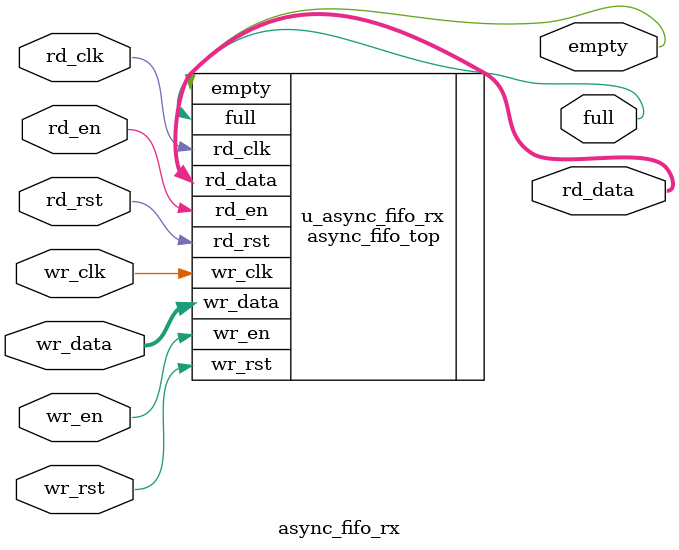
<source format=v>
`timescale 1ns / 1ps

module async_fifo_rx (
    input  wire                   wr_clk,      // SPI clock
    input  wire                   wr_rst,      // Write domain reset (active-high)
    input  wire                   wr_en,       // Write enable
    input  wire [31:0]            wr_data,     // 32-bit input data
    input  wire                   rd_clk,      // AHB clock (HCLK)
    input  wire                   rd_rst,      // Read domain reset (active-high)
    input  wire                   rd_en,       // Read enable
    output wire [31:0]            rd_data,     // 32-bit output data
    output wire                   full,        // FIFO full flag
    output wire                   empty        // FIFO empty flag
);

    async_fifo_top #(
        .DATA_WIDTH(32),
        .ADDR_WIDTH(4)
    ) u_async_fifo_rx (
        .wr_clk(wr_clk),
        .wr_rst(wr_rst),      // Write domain reset (active-high)
        .wr_en(wr_en),
        .wr_data(wr_data),
        .rd_clk(rd_clk),
        .rd_rst(rd_rst),      // Read domain reset (active-high)
        .rd_en(rd_en),
        .full(full),
        .empty(empty),
        .rd_data(rd_data)
    );

endmodule
</source>
